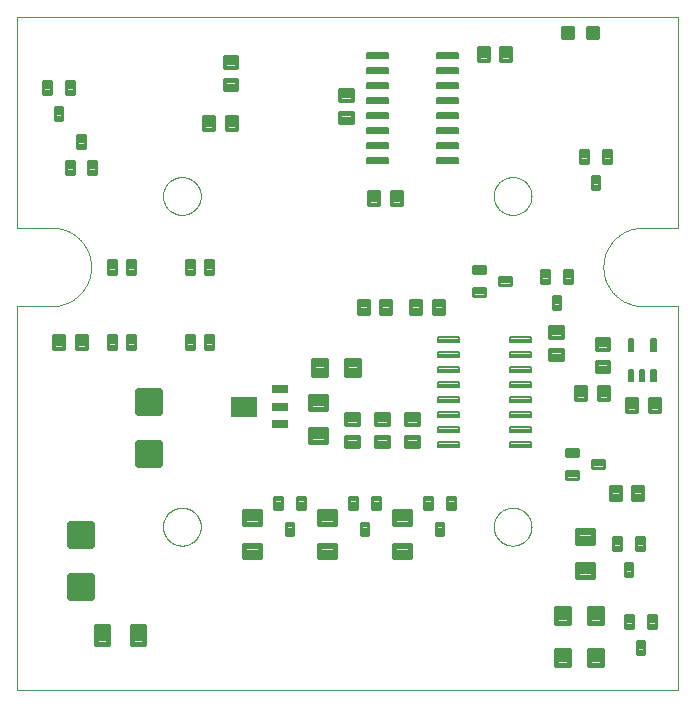
<source format=gtp>
G75*
%MOIN*%
%OFA0B0*%
%FSLAX25Y25*%
%IPPOS*%
%LPD*%
%AMOC8*
5,1,8,0,0,1.08239X$1,22.5*
%
%ADD10C,0.00000*%
%ADD11C,0.00767*%
%ADD12C,0.00720*%
%ADD13C,0.01475*%
%ADD14C,0.01121*%
%ADD15C,0.01830*%
%ADD16C,0.01942*%
%ADD17R,0.05512X0.03150*%
%ADD18R,0.08661X0.07087*%
%ADD19C,0.01712*%
%ADD20C,0.01357*%
%ADD21C,0.00649*%
D10*
X0022602Y0025558D02*
X0022602Y0153589D01*
X0034413Y0153589D01*
X0034731Y0153593D01*
X0035048Y0153604D01*
X0035366Y0153624D01*
X0035682Y0153651D01*
X0035998Y0153686D01*
X0036313Y0153728D01*
X0036627Y0153778D01*
X0036940Y0153836D01*
X0037251Y0153901D01*
X0037560Y0153974D01*
X0037868Y0154055D01*
X0038173Y0154142D01*
X0038476Y0154238D01*
X0038777Y0154340D01*
X0039075Y0154450D01*
X0039371Y0154567D01*
X0039663Y0154692D01*
X0039953Y0154823D01*
X0040239Y0154961D01*
X0040521Y0155107D01*
X0040800Y0155259D01*
X0041076Y0155418D01*
X0041347Y0155583D01*
X0041614Y0155755D01*
X0041877Y0155934D01*
X0042136Y0156119D01*
X0042389Y0156310D01*
X0042639Y0156507D01*
X0042883Y0156711D01*
X0043122Y0156920D01*
X0043356Y0157135D01*
X0043585Y0157356D01*
X0043808Y0157582D01*
X0044026Y0157813D01*
X0044238Y0158050D01*
X0044445Y0158292D01*
X0044645Y0158538D01*
X0044839Y0158790D01*
X0045027Y0159046D01*
X0045209Y0159307D01*
X0045384Y0159572D01*
X0045553Y0159841D01*
X0045715Y0160115D01*
X0045871Y0160392D01*
X0046020Y0160673D01*
X0046162Y0160957D01*
X0046297Y0161245D01*
X0046424Y0161536D01*
X0046545Y0161830D01*
X0046659Y0162127D01*
X0046765Y0162426D01*
X0046864Y0162728D01*
X0046956Y0163032D01*
X0047040Y0163339D01*
X0047116Y0163647D01*
X0047185Y0163958D01*
X0047247Y0164269D01*
X0047301Y0164583D01*
X0047347Y0164897D01*
X0047386Y0165213D01*
X0047417Y0165529D01*
X0047440Y0165846D01*
X0047455Y0166163D01*
X0047463Y0166481D01*
X0047463Y0166799D01*
X0047455Y0167117D01*
X0047440Y0167434D01*
X0047417Y0167751D01*
X0047386Y0168067D01*
X0047347Y0168383D01*
X0047301Y0168697D01*
X0047247Y0169011D01*
X0047185Y0169322D01*
X0047116Y0169633D01*
X0047040Y0169941D01*
X0046956Y0170248D01*
X0046864Y0170552D01*
X0046765Y0170854D01*
X0046659Y0171153D01*
X0046545Y0171450D01*
X0046424Y0171744D01*
X0046297Y0172035D01*
X0046162Y0172323D01*
X0046020Y0172607D01*
X0045871Y0172888D01*
X0045715Y0173166D01*
X0045553Y0173439D01*
X0045384Y0173708D01*
X0045209Y0173973D01*
X0045027Y0174234D01*
X0044839Y0174490D01*
X0044645Y0174742D01*
X0044445Y0174988D01*
X0044238Y0175230D01*
X0044026Y0175467D01*
X0043808Y0175698D01*
X0043585Y0175924D01*
X0043356Y0176145D01*
X0043122Y0176360D01*
X0042883Y0176569D01*
X0042639Y0176773D01*
X0042389Y0176970D01*
X0042136Y0177161D01*
X0041877Y0177346D01*
X0041614Y0177525D01*
X0041347Y0177697D01*
X0041076Y0177862D01*
X0040800Y0178021D01*
X0040521Y0178173D01*
X0040239Y0178319D01*
X0039953Y0178457D01*
X0039663Y0178588D01*
X0039371Y0178713D01*
X0039075Y0178830D01*
X0038777Y0178940D01*
X0038476Y0179042D01*
X0038173Y0179138D01*
X0037868Y0179225D01*
X0037560Y0179306D01*
X0037251Y0179379D01*
X0036940Y0179444D01*
X0036627Y0179502D01*
X0036313Y0179552D01*
X0035998Y0179594D01*
X0035682Y0179629D01*
X0035366Y0179656D01*
X0035048Y0179676D01*
X0034731Y0179687D01*
X0034413Y0179691D01*
X0034413Y0179692D02*
X0022602Y0179692D01*
X0022602Y0249967D01*
X0243075Y0249967D01*
X0243075Y0179692D01*
X0231263Y0179692D01*
X0231263Y0179691D02*
X0230945Y0179687D01*
X0230628Y0179676D01*
X0230310Y0179656D01*
X0229994Y0179629D01*
X0229678Y0179594D01*
X0229363Y0179552D01*
X0229049Y0179502D01*
X0228736Y0179444D01*
X0228425Y0179379D01*
X0228116Y0179306D01*
X0227808Y0179225D01*
X0227503Y0179138D01*
X0227200Y0179042D01*
X0226899Y0178940D01*
X0226601Y0178830D01*
X0226305Y0178713D01*
X0226013Y0178588D01*
X0225723Y0178457D01*
X0225437Y0178319D01*
X0225155Y0178173D01*
X0224876Y0178021D01*
X0224600Y0177862D01*
X0224329Y0177697D01*
X0224062Y0177525D01*
X0223799Y0177346D01*
X0223540Y0177161D01*
X0223287Y0176970D01*
X0223037Y0176773D01*
X0222793Y0176569D01*
X0222554Y0176360D01*
X0222320Y0176145D01*
X0222091Y0175924D01*
X0221868Y0175698D01*
X0221650Y0175467D01*
X0221438Y0175230D01*
X0221231Y0174988D01*
X0221031Y0174742D01*
X0220837Y0174490D01*
X0220649Y0174234D01*
X0220467Y0173973D01*
X0220292Y0173708D01*
X0220123Y0173439D01*
X0219961Y0173166D01*
X0219805Y0172888D01*
X0219656Y0172607D01*
X0219514Y0172323D01*
X0219379Y0172035D01*
X0219252Y0171744D01*
X0219131Y0171450D01*
X0219017Y0171153D01*
X0218911Y0170854D01*
X0218812Y0170552D01*
X0218720Y0170248D01*
X0218636Y0169941D01*
X0218560Y0169633D01*
X0218491Y0169322D01*
X0218429Y0169011D01*
X0218375Y0168697D01*
X0218329Y0168383D01*
X0218290Y0168067D01*
X0218259Y0167751D01*
X0218236Y0167434D01*
X0218221Y0167117D01*
X0218213Y0166799D01*
X0218213Y0166481D01*
X0218221Y0166163D01*
X0218236Y0165846D01*
X0218259Y0165529D01*
X0218290Y0165213D01*
X0218329Y0164897D01*
X0218375Y0164583D01*
X0218429Y0164269D01*
X0218491Y0163958D01*
X0218560Y0163647D01*
X0218636Y0163339D01*
X0218720Y0163032D01*
X0218812Y0162728D01*
X0218911Y0162426D01*
X0219017Y0162127D01*
X0219131Y0161830D01*
X0219252Y0161536D01*
X0219379Y0161245D01*
X0219514Y0160957D01*
X0219656Y0160673D01*
X0219805Y0160392D01*
X0219961Y0160114D01*
X0220123Y0159841D01*
X0220292Y0159572D01*
X0220467Y0159307D01*
X0220649Y0159046D01*
X0220837Y0158790D01*
X0221031Y0158538D01*
X0221231Y0158292D01*
X0221438Y0158050D01*
X0221650Y0157813D01*
X0221868Y0157582D01*
X0222091Y0157356D01*
X0222320Y0157135D01*
X0222554Y0156920D01*
X0222793Y0156711D01*
X0223037Y0156507D01*
X0223287Y0156310D01*
X0223540Y0156119D01*
X0223799Y0155934D01*
X0224062Y0155755D01*
X0224329Y0155583D01*
X0224600Y0155418D01*
X0224876Y0155259D01*
X0225155Y0155107D01*
X0225437Y0154961D01*
X0225723Y0154823D01*
X0226013Y0154692D01*
X0226305Y0154567D01*
X0226601Y0154450D01*
X0226899Y0154340D01*
X0227200Y0154238D01*
X0227503Y0154142D01*
X0227808Y0154055D01*
X0228116Y0153974D01*
X0228425Y0153901D01*
X0228736Y0153836D01*
X0229049Y0153778D01*
X0229363Y0153728D01*
X0229678Y0153686D01*
X0229994Y0153651D01*
X0230310Y0153624D01*
X0230628Y0153604D01*
X0230945Y0153593D01*
X0231263Y0153589D01*
X0243075Y0153589D01*
X0243075Y0025558D01*
X0022602Y0025558D01*
X0071421Y0080046D02*
X0071423Y0080204D01*
X0071429Y0080362D01*
X0071439Y0080520D01*
X0071453Y0080678D01*
X0071471Y0080835D01*
X0071492Y0080992D01*
X0071518Y0081148D01*
X0071548Y0081304D01*
X0071581Y0081459D01*
X0071619Y0081612D01*
X0071660Y0081765D01*
X0071705Y0081917D01*
X0071754Y0082068D01*
X0071807Y0082217D01*
X0071863Y0082365D01*
X0071923Y0082511D01*
X0071987Y0082656D01*
X0072055Y0082799D01*
X0072126Y0082941D01*
X0072200Y0083081D01*
X0072278Y0083218D01*
X0072360Y0083354D01*
X0072444Y0083488D01*
X0072533Y0083619D01*
X0072624Y0083748D01*
X0072719Y0083875D01*
X0072816Y0084000D01*
X0072917Y0084122D01*
X0073021Y0084241D01*
X0073128Y0084358D01*
X0073238Y0084472D01*
X0073351Y0084583D01*
X0073466Y0084692D01*
X0073584Y0084797D01*
X0073705Y0084899D01*
X0073828Y0084999D01*
X0073954Y0085095D01*
X0074082Y0085188D01*
X0074212Y0085278D01*
X0074345Y0085364D01*
X0074480Y0085448D01*
X0074616Y0085527D01*
X0074755Y0085604D01*
X0074896Y0085676D01*
X0075038Y0085746D01*
X0075182Y0085811D01*
X0075328Y0085873D01*
X0075475Y0085931D01*
X0075624Y0085986D01*
X0075774Y0086037D01*
X0075925Y0086084D01*
X0076077Y0086127D01*
X0076230Y0086166D01*
X0076385Y0086202D01*
X0076540Y0086233D01*
X0076696Y0086261D01*
X0076852Y0086285D01*
X0077009Y0086305D01*
X0077167Y0086321D01*
X0077324Y0086333D01*
X0077483Y0086341D01*
X0077641Y0086345D01*
X0077799Y0086345D01*
X0077957Y0086341D01*
X0078116Y0086333D01*
X0078273Y0086321D01*
X0078431Y0086305D01*
X0078588Y0086285D01*
X0078744Y0086261D01*
X0078900Y0086233D01*
X0079055Y0086202D01*
X0079210Y0086166D01*
X0079363Y0086127D01*
X0079515Y0086084D01*
X0079666Y0086037D01*
X0079816Y0085986D01*
X0079965Y0085931D01*
X0080112Y0085873D01*
X0080258Y0085811D01*
X0080402Y0085746D01*
X0080544Y0085676D01*
X0080685Y0085604D01*
X0080824Y0085527D01*
X0080960Y0085448D01*
X0081095Y0085364D01*
X0081228Y0085278D01*
X0081358Y0085188D01*
X0081486Y0085095D01*
X0081612Y0084999D01*
X0081735Y0084899D01*
X0081856Y0084797D01*
X0081974Y0084692D01*
X0082089Y0084583D01*
X0082202Y0084472D01*
X0082312Y0084358D01*
X0082419Y0084241D01*
X0082523Y0084122D01*
X0082624Y0084000D01*
X0082721Y0083875D01*
X0082816Y0083748D01*
X0082907Y0083619D01*
X0082996Y0083488D01*
X0083080Y0083354D01*
X0083162Y0083218D01*
X0083240Y0083081D01*
X0083314Y0082941D01*
X0083385Y0082799D01*
X0083453Y0082656D01*
X0083517Y0082511D01*
X0083577Y0082365D01*
X0083633Y0082217D01*
X0083686Y0082068D01*
X0083735Y0081917D01*
X0083780Y0081765D01*
X0083821Y0081612D01*
X0083859Y0081459D01*
X0083892Y0081304D01*
X0083922Y0081148D01*
X0083948Y0080992D01*
X0083969Y0080835D01*
X0083987Y0080678D01*
X0084001Y0080520D01*
X0084011Y0080362D01*
X0084017Y0080204D01*
X0084019Y0080046D01*
X0084017Y0079888D01*
X0084011Y0079730D01*
X0084001Y0079572D01*
X0083987Y0079414D01*
X0083969Y0079257D01*
X0083948Y0079100D01*
X0083922Y0078944D01*
X0083892Y0078788D01*
X0083859Y0078633D01*
X0083821Y0078480D01*
X0083780Y0078327D01*
X0083735Y0078175D01*
X0083686Y0078024D01*
X0083633Y0077875D01*
X0083577Y0077727D01*
X0083517Y0077581D01*
X0083453Y0077436D01*
X0083385Y0077293D01*
X0083314Y0077151D01*
X0083240Y0077011D01*
X0083162Y0076874D01*
X0083080Y0076738D01*
X0082996Y0076604D01*
X0082907Y0076473D01*
X0082816Y0076344D01*
X0082721Y0076217D01*
X0082624Y0076092D01*
X0082523Y0075970D01*
X0082419Y0075851D01*
X0082312Y0075734D01*
X0082202Y0075620D01*
X0082089Y0075509D01*
X0081974Y0075400D01*
X0081856Y0075295D01*
X0081735Y0075193D01*
X0081612Y0075093D01*
X0081486Y0074997D01*
X0081358Y0074904D01*
X0081228Y0074814D01*
X0081095Y0074728D01*
X0080960Y0074644D01*
X0080824Y0074565D01*
X0080685Y0074488D01*
X0080544Y0074416D01*
X0080402Y0074346D01*
X0080258Y0074281D01*
X0080112Y0074219D01*
X0079965Y0074161D01*
X0079816Y0074106D01*
X0079666Y0074055D01*
X0079515Y0074008D01*
X0079363Y0073965D01*
X0079210Y0073926D01*
X0079055Y0073890D01*
X0078900Y0073859D01*
X0078744Y0073831D01*
X0078588Y0073807D01*
X0078431Y0073787D01*
X0078273Y0073771D01*
X0078116Y0073759D01*
X0077957Y0073751D01*
X0077799Y0073747D01*
X0077641Y0073747D01*
X0077483Y0073751D01*
X0077324Y0073759D01*
X0077167Y0073771D01*
X0077009Y0073787D01*
X0076852Y0073807D01*
X0076696Y0073831D01*
X0076540Y0073859D01*
X0076385Y0073890D01*
X0076230Y0073926D01*
X0076077Y0073965D01*
X0075925Y0074008D01*
X0075774Y0074055D01*
X0075624Y0074106D01*
X0075475Y0074161D01*
X0075328Y0074219D01*
X0075182Y0074281D01*
X0075038Y0074346D01*
X0074896Y0074416D01*
X0074755Y0074488D01*
X0074616Y0074565D01*
X0074480Y0074644D01*
X0074345Y0074728D01*
X0074212Y0074814D01*
X0074082Y0074904D01*
X0073954Y0074997D01*
X0073828Y0075093D01*
X0073705Y0075193D01*
X0073584Y0075295D01*
X0073466Y0075400D01*
X0073351Y0075509D01*
X0073238Y0075620D01*
X0073128Y0075734D01*
X0073021Y0075851D01*
X0072917Y0075970D01*
X0072816Y0076092D01*
X0072719Y0076217D01*
X0072624Y0076344D01*
X0072533Y0076473D01*
X0072444Y0076604D01*
X0072360Y0076738D01*
X0072278Y0076874D01*
X0072200Y0077011D01*
X0072126Y0077151D01*
X0072055Y0077293D01*
X0071987Y0077436D01*
X0071923Y0077581D01*
X0071863Y0077727D01*
X0071807Y0077875D01*
X0071754Y0078024D01*
X0071705Y0078175D01*
X0071660Y0078327D01*
X0071619Y0078480D01*
X0071581Y0078633D01*
X0071548Y0078788D01*
X0071518Y0078944D01*
X0071492Y0079100D01*
X0071471Y0079257D01*
X0071453Y0079414D01*
X0071439Y0079572D01*
X0071429Y0079730D01*
X0071423Y0079888D01*
X0071421Y0080046D01*
X0071421Y0190282D02*
X0071423Y0190440D01*
X0071429Y0190598D01*
X0071439Y0190756D01*
X0071453Y0190914D01*
X0071471Y0191071D01*
X0071492Y0191228D01*
X0071518Y0191384D01*
X0071548Y0191540D01*
X0071581Y0191695D01*
X0071619Y0191848D01*
X0071660Y0192001D01*
X0071705Y0192153D01*
X0071754Y0192304D01*
X0071807Y0192453D01*
X0071863Y0192601D01*
X0071923Y0192747D01*
X0071987Y0192892D01*
X0072055Y0193035D01*
X0072126Y0193177D01*
X0072200Y0193317D01*
X0072278Y0193454D01*
X0072360Y0193590D01*
X0072444Y0193724D01*
X0072533Y0193855D01*
X0072624Y0193984D01*
X0072719Y0194111D01*
X0072816Y0194236D01*
X0072917Y0194358D01*
X0073021Y0194477D01*
X0073128Y0194594D01*
X0073238Y0194708D01*
X0073351Y0194819D01*
X0073466Y0194928D01*
X0073584Y0195033D01*
X0073705Y0195135D01*
X0073828Y0195235D01*
X0073954Y0195331D01*
X0074082Y0195424D01*
X0074212Y0195514D01*
X0074345Y0195600D01*
X0074480Y0195684D01*
X0074616Y0195763D01*
X0074755Y0195840D01*
X0074896Y0195912D01*
X0075038Y0195982D01*
X0075182Y0196047D01*
X0075328Y0196109D01*
X0075475Y0196167D01*
X0075624Y0196222D01*
X0075774Y0196273D01*
X0075925Y0196320D01*
X0076077Y0196363D01*
X0076230Y0196402D01*
X0076385Y0196438D01*
X0076540Y0196469D01*
X0076696Y0196497D01*
X0076852Y0196521D01*
X0077009Y0196541D01*
X0077167Y0196557D01*
X0077324Y0196569D01*
X0077483Y0196577D01*
X0077641Y0196581D01*
X0077799Y0196581D01*
X0077957Y0196577D01*
X0078116Y0196569D01*
X0078273Y0196557D01*
X0078431Y0196541D01*
X0078588Y0196521D01*
X0078744Y0196497D01*
X0078900Y0196469D01*
X0079055Y0196438D01*
X0079210Y0196402D01*
X0079363Y0196363D01*
X0079515Y0196320D01*
X0079666Y0196273D01*
X0079816Y0196222D01*
X0079965Y0196167D01*
X0080112Y0196109D01*
X0080258Y0196047D01*
X0080402Y0195982D01*
X0080544Y0195912D01*
X0080685Y0195840D01*
X0080824Y0195763D01*
X0080960Y0195684D01*
X0081095Y0195600D01*
X0081228Y0195514D01*
X0081358Y0195424D01*
X0081486Y0195331D01*
X0081612Y0195235D01*
X0081735Y0195135D01*
X0081856Y0195033D01*
X0081974Y0194928D01*
X0082089Y0194819D01*
X0082202Y0194708D01*
X0082312Y0194594D01*
X0082419Y0194477D01*
X0082523Y0194358D01*
X0082624Y0194236D01*
X0082721Y0194111D01*
X0082816Y0193984D01*
X0082907Y0193855D01*
X0082996Y0193724D01*
X0083080Y0193590D01*
X0083162Y0193454D01*
X0083240Y0193317D01*
X0083314Y0193177D01*
X0083385Y0193035D01*
X0083453Y0192892D01*
X0083517Y0192747D01*
X0083577Y0192601D01*
X0083633Y0192453D01*
X0083686Y0192304D01*
X0083735Y0192153D01*
X0083780Y0192001D01*
X0083821Y0191848D01*
X0083859Y0191695D01*
X0083892Y0191540D01*
X0083922Y0191384D01*
X0083948Y0191228D01*
X0083969Y0191071D01*
X0083987Y0190914D01*
X0084001Y0190756D01*
X0084011Y0190598D01*
X0084017Y0190440D01*
X0084019Y0190282D01*
X0084017Y0190124D01*
X0084011Y0189966D01*
X0084001Y0189808D01*
X0083987Y0189650D01*
X0083969Y0189493D01*
X0083948Y0189336D01*
X0083922Y0189180D01*
X0083892Y0189024D01*
X0083859Y0188869D01*
X0083821Y0188716D01*
X0083780Y0188563D01*
X0083735Y0188411D01*
X0083686Y0188260D01*
X0083633Y0188111D01*
X0083577Y0187963D01*
X0083517Y0187817D01*
X0083453Y0187672D01*
X0083385Y0187529D01*
X0083314Y0187387D01*
X0083240Y0187247D01*
X0083162Y0187110D01*
X0083080Y0186974D01*
X0082996Y0186840D01*
X0082907Y0186709D01*
X0082816Y0186580D01*
X0082721Y0186453D01*
X0082624Y0186328D01*
X0082523Y0186206D01*
X0082419Y0186087D01*
X0082312Y0185970D01*
X0082202Y0185856D01*
X0082089Y0185745D01*
X0081974Y0185636D01*
X0081856Y0185531D01*
X0081735Y0185429D01*
X0081612Y0185329D01*
X0081486Y0185233D01*
X0081358Y0185140D01*
X0081228Y0185050D01*
X0081095Y0184964D01*
X0080960Y0184880D01*
X0080824Y0184801D01*
X0080685Y0184724D01*
X0080544Y0184652D01*
X0080402Y0184582D01*
X0080258Y0184517D01*
X0080112Y0184455D01*
X0079965Y0184397D01*
X0079816Y0184342D01*
X0079666Y0184291D01*
X0079515Y0184244D01*
X0079363Y0184201D01*
X0079210Y0184162D01*
X0079055Y0184126D01*
X0078900Y0184095D01*
X0078744Y0184067D01*
X0078588Y0184043D01*
X0078431Y0184023D01*
X0078273Y0184007D01*
X0078116Y0183995D01*
X0077957Y0183987D01*
X0077799Y0183983D01*
X0077641Y0183983D01*
X0077483Y0183987D01*
X0077324Y0183995D01*
X0077167Y0184007D01*
X0077009Y0184023D01*
X0076852Y0184043D01*
X0076696Y0184067D01*
X0076540Y0184095D01*
X0076385Y0184126D01*
X0076230Y0184162D01*
X0076077Y0184201D01*
X0075925Y0184244D01*
X0075774Y0184291D01*
X0075624Y0184342D01*
X0075475Y0184397D01*
X0075328Y0184455D01*
X0075182Y0184517D01*
X0075038Y0184582D01*
X0074896Y0184652D01*
X0074755Y0184724D01*
X0074616Y0184801D01*
X0074480Y0184880D01*
X0074345Y0184964D01*
X0074212Y0185050D01*
X0074082Y0185140D01*
X0073954Y0185233D01*
X0073828Y0185329D01*
X0073705Y0185429D01*
X0073584Y0185531D01*
X0073466Y0185636D01*
X0073351Y0185745D01*
X0073238Y0185856D01*
X0073128Y0185970D01*
X0073021Y0186087D01*
X0072917Y0186206D01*
X0072816Y0186328D01*
X0072719Y0186453D01*
X0072624Y0186580D01*
X0072533Y0186709D01*
X0072444Y0186840D01*
X0072360Y0186974D01*
X0072278Y0187110D01*
X0072200Y0187247D01*
X0072126Y0187387D01*
X0072055Y0187529D01*
X0071987Y0187672D01*
X0071923Y0187817D01*
X0071863Y0187963D01*
X0071807Y0188111D01*
X0071754Y0188260D01*
X0071705Y0188411D01*
X0071660Y0188563D01*
X0071619Y0188716D01*
X0071581Y0188869D01*
X0071548Y0189024D01*
X0071518Y0189180D01*
X0071492Y0189336D01*
X0071471Y0189493D01*
X0071453Y0189650D01*
X0071439Y0189808D01*
X0071429Y0189966D01*
X0071423Y0190124D01*
X0071421Y0190282D01*
X0181657Y0190282D02*
X0181659Y0190440D01*
X0181665Y0190598D01*
X0181675Y0190756D01*
X0181689Y0190914D01*
X0181707Y0191071D01*
X0181728Y0191228D01*
X0181754Y0191384D01*
X0181784Y0191540D01*
X0181817Y0191695D01*
X0181855Y0191848D01*
X0181896Y0192001D01*
X0181941Y0192153D01*
X0181990Y0192304D01*
X0182043Y0192453D01*
X0182099Y0192601D01*
X0182159Y0192747D01*
X0182223Y0192892D01*
X0182291Y0193035D01*
X0182362Y0193177D01*
X0182436Y0193317D01*
X0182514Y0193454D01*
X0182596Y0193590D01*
X0182680Y0193724D01*
X0182769Y0193855D01*
X0182860Y0193984D01*
X0182955Y0194111D01*
X0183052Y0194236D01*
X0183153Y0194358D01*
X0183257Y0194477D01*
X0183364Y0194594D01*
X0183474Y0194708D01*
X0183587Y0194819D01*
X0183702Y0194928D01*
X0183820Y0195033D01*
X0183941Y0195135D01*
X0184064Y0195235D01*
X0184190Y0195331D01*
X0184318Y0195424D01*
X0184448Y0195514D01*
X0184581Y0195600D01*
X0184716Y0195684D01*
X0184852Y0195763D01*
X0184991Y0195840D01*
X0185132Y0195912D01*
X0185274Y0195982D01*
X0185418Y0196047D01*
X0185564Y0196109D01*
X0185711Y0196167D01*
X0185860Y0196222D01*
X0186010Y0196273D01*
X0186161Y0196320D01*
X0186313Y0196363D01*
X0186466Y0196402D01*
X0186621Y0196438D01*
X0186776Y0196469D01*
X0186932Y0196497D01*
X0187088Y0196521D01*
X0187245Y0196541D01*
X0187403Y0196557D01*
X0187560Y0196569D01*
X0187719Y0196577D01*
X0187877Y0196581D01*
X0188035Y0196581D01*
X0188193Y0196577D01*
X0188352Y0196569D01*
X0188509Y0196557D01*
X0188667Y0196541D01*
X0188824Y0196521D01*
X0188980Y0196497D01*
X0189136Y0196469D01*
X0189291Y0196438D01*
X0189446Y0196402D01*
X0189599Y0196363D01*
X0189751Y0196320D01*
X0189902Y0196273D01*
X0190052Y0196222D01*
X0190201Y0196167D01*
X0190348Y0196109D01*
X0190494Y0196047D01*
X0190638Y0195982D01*
X0190780Y0195912D01*
X0190921Y0195840D01*
X0191060Y0195763D01*
X0191196Y0195684D01*
X0191331Y0195600D01*
X0191464Y0195514D01*
X0191594Y0195424D01*
X0191722Y0195331D01*
X0191848Y0195235D01*
X0191971Y0195135D01*
X0192092Y0195033D01*
X0192210Y0194928D01*
X0192325Y0194819D01*
X0192438Y0194708D01*
X0192548Y0194594D01*
X0192655Y0194477D01*
X0192759Y0194358D01*
X0192860Y0194236D01*
X0192957Y0194111D01*
X0193052Y0193984D01*
X0193143Y0193855D01*
X0193232Y0193724D01*
X0193316Y0193590D01*
X0193398Y0193454D01*
X0193476Y0193317D01*
X0193550Y0193177D01*
X0193621Y0193035D01*
X0193689Y0192892D01*
X0193753Y0192747D01*
X0193813Y0192601D01*
X0193869Y0192453D01*
X0193922Y0192304D01*
X0193971Y0192153D01*
X0194016Y0192001D01*
X0194057Y0191848D01*
X0194095Y0191695D01*
X0194128Y0191540D01*
X0194158Y0191384D01*
X0194184Y0191228D01*
X0194205Y0191071D01*
X0194223Y0190914D01*
X0194237Y0190756D01*
X0194247Y0190598D01*
X0194253Y0190440D01*
X0194255Y0190282D01*
X0194253Y0190124D01*
X0194247Y0189966D01*
X0194237Y0189808D01*
X0194223Y0189650D01*
X0194205Y0189493D01*
X0194184Y0189336D01*
X0194158Y0189180D01*
X0194128Y0189024D01*
X0194095Y0188869D01*
X0194057Y0188716D01*
X0194016Y0188563D01*
X0193971Y0188411D01*
X0193922Y0188260D01*
X0193869Y0188111D01*
X0193813Y0187963D01*
X0193753Y0187817D01*
X0193689Y0187672D01*
X0193621Y0187529D01*
X0193550Y0187387D01*
X0193476Y0187247D01*
X0193398Y0187110D01*
X0193316Y0186974D01*
X0193232Y0186840D01*
X0193143Y0186709D01*
X0193052Y0186580D01*
X0192957Y0186453D01*
X0192860Y0186328D01*
X0192759Y0186206D01*
X0192655Y0186087D01*
X0192548Y0185970D01*
X0192438Y0185856D01*
X0192325Y0185745D01*
X0192210Y0185636D01*
X0192092Y0185531D01*
X0191971Y0185429D01*
X0191848Y0185329D01*
X0191722Y0185233D01*
X0191594Y0185140D01*
X0191464Y0185050D01*
X0191331Y0184964D01*
X0191196Y0184880D01*
X0191060Y0184801D01*
X0190921Y0184724D01*
X0190780Y0184652D01*
X0190638Y0184582D01*
X0190494Y0184517D01*
X0190348Y0184455D01*
X0190201Y0184397D01*
X0190052Y0184342D01*
X0189902Y0184291D01*
X0189751Y0184244D01*
X0189599Y0184201D01*
X0189446Y0184162D01*
X0189291Y0184126D01*
X0189136Y0184095D01*
X0188980Y0184067D01*
X0188824Y0184043D01*
X0188667Y0184023D01*
X0188509Y0184007D01*
X0188352Y0183995D01*
X0188193Y0183987D01*
X0188035Y0183983D01*
X0187877Y0183983D01*
X0187719Y0183987D01*
X0187560Y0183995D01*
X0187403Y0184007D01*
X0187245Y0184023D01*
X0187088Y0184043D01*
X0186932Y0184067D01*
X0186776Y0184095D01*
X0186621Y0184126D01*
X0186466Y0184162D01*
X0186313Y0184201D01*
X0186161Y0184244D01*
X0186010Y0184291D01*
X0185860Y0184342D01*
X0185711Y0184397D01*
X0185564Y0184455D01*
X0185418Y0184517D01*
X0185274Y0184582D01*
X0185132Y0184652D01*
X0184991Y0184724D01*
X0184852Y0184801D01*
X0184716Y0184880D01*
X0184581Y0184964D01*
X0184448Y0185050D01*
X0184318Y0185140D01*
X0184190Y0185233D01*
X0184064Y0185329D01*
X0183941Y0185429D01*
X0183820Y0185531D01*
X0183702Y0185636D01*
X0183587Y0185745D01*
X0183474Y0185856D01*
X0183364Y0185970D01*
X0183257Y0186087D01*
X0183153Y0186206D01*
X0183052Y0186328D01*
X0182955Y0186453D01*
X0182860Y0186580D01*
X0182769Y0186709D01*
X0182680Y0186840D01*
X0182596Y0186974D01*
X0182514Y0187110D01*
X0182436Y0187247D01*
X0182362Y0187387D01*
X0182291Y0187529D01*
X0182223Y0187672D01*
X0182159Y0187817D01*
X0182099Y0187963D01*
X0182043Y0188111D01*
X0181990Y0188260D01*
X0181941Y0188411D01*
X0181896Y0188563D01*
X0181855Y0188716D01*
X0181817Y0188869D01*
X0181784Y0189024D01*
X0181754Y0189180D01*
X0181728Y0189336D01*
X0181707Y0189493D01*
X0181689Y0189650D01*
X0181675Y0189808D01*
X0181665Y0189966D01*
X0181659Y0190124D01*
X0181657Y0190282D01*
X0181657Y0080046D02*
X0181659Y0080204D01*
X0181665Y0080362D01*
X0181675Y0080520D01*
X0181689Y0080678D01*
X0181707Y0080835D01*
X0181728Y0080992D01*
X0181754Y0081148D01*
X0181784Y0081304D01*
X0181817Y0081459D01*
X0181855Y0081612D01*
X0181896Y0081765D01*
X0181941Y0081917D01*
X0181990Y0082068D01*
X0182043Y0082217D01*
X0182099Y0082365D01*
X0182159Y0082511D01*
X0182223Y0082656D01*
X0182291Y0082799D01*
X0182362Y0082941D01*
X0182436Y0083081D01*
X0182514Y0083218D01*
X0182596Y0083354D01*
X0182680Y0083488D01*
X0182769Y0083619D01*
X0182860Y0083748D01*
X0182955Y0083875D01*
X0183052Y0084000D01*
X0183153Y0084122D01*
X0183257Y0084241D01*
X0183364Y0084358D01*
X0183474Y0084472D01*
X0183587Y0084583D01*
X0183702Y0084692D01*
X0183820Y0084797D01*
X0183941Y0084899D01*
X0184064Y0084999D01*
X0184190Y0085095D01*
X0184318Y0085188D01*
X0184448Y0085278D01*
X0184581Y0085364D01*
X0184716Y0085448D01*
X0184852Y0085527D01*
X0184991Y0085604D01*
X0185132Y0085676D01*
X0185274Y0085746D01*
X0185418Y0085811D01*
X0185564Y0085873D01*
X0185711Y0085931D01*
X0185860Y0085986D01*
X0186010Y0086037D01*
X0186161Y0086084D01*
X0186313Y0086127D01*
X0186466Y0086166D01*
X0186621Y0086202D01*
X0186776Y0086233D01*
X0186932Y0086261D01*
X0187088Y0086285D01*
X0187245Y0086305D01*
X0187403Y0086321D01*
X0187560Y0086333D01*
X0187719Y0086341D01*
X0187877Y0086345D01*
X0188035Y0086345D01*
X0188193Y0086341D01*
X0188352Y0086333D01*
X0188509Y0086321D01*
X0188667Y0086305D01*
X0188824Y0086285D01*
X0188980Y0086261D01*
X0189136Y0086233D01*
X0189291Y0086202D01*
X0189446Y0086166D01*
X0189599Y0086127D01*
X0189751Y0086084D01*
X0189902Y0086037D01*
X0190052Y0085986D01*
X0190201Y0085931D01*
X0190348Y0085873D01*
X0190494Y0085811D01*
X0190638Y0085746D01*
X0190780Y0085676D01*
X0190921Y0085604D01*
X0191060Y0085527D01*
X0191196Y0085448D01*
X0191331Y0085364D01*
X0191464Y0085278D01*
X0191594Y0085188D01*
X0191722Y0085095D01*
X0191848Y0084999D01*
X0191971Y0084899D01*
X0192092Y0084797D01*
X0192210Y0084692D01*
X0192325Y0084583D01*
X0192438Y0084472D01*
X0192548Y0084358D01*
X0192655Y0084241D01*
X0192759Y0084122D01*
X0192860Y0084000D01*
X0192957Y0083875D01*
X0193052Y0083748D01*
X0193143Y0083619D01*
X0193232Y0083488D01*
X0193316Y0083354D01*
X0193398Y0083218D01*
X0193476Y0083081D01*
X0193550Y0082941D01*
X0193621Y0082799D01*
X0193689Y0082656D01*
X0193753Y0082511D01*
X0193813Y0082365D01*
X0193869Y0082217D01*
X0193922Y0082068D01*
X0193971Y0081917D01*
X0194016Y0081765D01*
X0194057Y0081612D01*
X0194095Y0081459D01*
X0194128Y0081304D01*
X0194158Y0081148D01*
X0194184Y0080992D01*
X0194205Y0080835D01*
X0194223Y0080678D01*
X0194237Y0080520D01*
X0194247Y0080362D01*
X0194253Y0080204D01*
X0194255Y0080046D01*
X0194253Y0079888D01*
X0194247Y0079730D01*
X0194237Y0079572D01*
X0194223Y0079414D01*
X0194205Y0079257D01*
X0194184Y0079100D01*
X0194158Y0078944D01*
X0194128Y0078788D01*
X0194095Y0078633D01*
X0194057Y0078480D01*
X0194016Y0078327D01*
X0193971Y0078175D01*
X0193922Y0078024D01*
X0193869Y0077875D01*
X0193813Y0077727D01*
X0193753Y0077581D01*
X0193689Y0077436D01*
X0193621Y0077293D01*
X0193550Y0077151D01*
X0193476Y0077011D01*
X0193398Y0076874D01*
X0193316Y0076738D01*
X0193232Y0076604D01*
X0193143Y0076473D01*
X0193052Y0076344D01*
X0192957Y0076217D01*
X0192860Y0076092D01*
X0192759Y0075970D01*
X0192655Y0075851D01*
X0192548Y0075734D01*
X0192438Y0075620D01*
X0192325Y0075509D01*
X0192210Y0075400D01*
X0192092Y0075295D01*
X0191971Y0075193D01*
X0191848Y0075093D01*
X0191722Y0074997D01*
X0191594Y0074904D01*
X0191464Y0074814D01*
X0191331Y0074728D01*
X0191196Y0074644D01*
X0191060Y0074565D01*
X0190921Y0074488D01*
X0190780Y0074416D01*
X0190638Y0074346D01*
X0190494Y0074281D01*
X0190348Y0074219D01*
X0190201Y0074161D01*
X0190052Y0074106D01*
X0189902Y0074055D01*
X0189751Y0074008D01*
X0189599Y0073965D01*
X0189446Y0073926D01*
X0189291Y0073890D01*
X0189136Y0073859D01*
X0188980Y0073831D01*
X0188824Y0073807D01*
X0188667Y0073787D01*
X0188509Y0073771D01*
X0188352Y0073759D01*
X0188193Y0073751D01*
X0188035Y0073747D01*
X0187877Y0073747D01*
X0187719Y0073751D01*
X0187560Y0073759D01*
X0187403Y0073771D01*
X0187245Y0073787D01*
X0187088Y0073807D01*
X0186932Y0073831D01*
X0186776Y0073859D01*
X0186621Y0073890D01*
X0186466Y0073926D01*
X0186313Y0073965D01*
X0186161Y0074008D01*
X0186010Y0074055D01*
X0185860Y0074106D01*
X0185711Y0074161D01*
X0185564Y0074219D01*
X0185418Y0074281D01*
X0185274Y0074346D01*
X0185132Y0074416D01*
X0184991Y0074488D01*
X0184852Y0074565D01*
X0184716Y0074644D01*
X0184581Y0074728D01*
X0184448Y0074814D01*
X0184318Y0074904D01*
X0184190Y0074997D01*
X0184064Y0075093D01*
X0183941Y0075193D01*
X0183820Y0075295D01*
X0183702Y0075400D01*
X0183587Y0075509D01*
X0183474Y0075620D01*
X0183364Y0075734D01*
X0183257Y0075851D01*
X0183153Y0075970D01*
X0183052Y0076092D01*
X0182955Y0076217D01*
X0182860Y0076344D01*
X0182769Y0076473D01*
X0182680Y0076604D01*
X0182596Y0076738D01*
X0182514Y0076874D01*
X0182436Y0077011D01*
X0182362Y0077151D01*
X0182291Y0077293D01*
X0182223Y0077436D01*
X0182159Y0077581D01*
X0182099Y0077727D01*
X0182043Y0077875D01*
X0181990Y0078024D01*
X0181941Y0078175D01*
X0181896Y0078327D01*
X0181855Y0078480D01*
X0181817Y0078633D01*
X0181784Y0078788D01*
X0181754Y0078944D01*
X0181728Y0079100D01*
X0181707Y0079257D01*
X0181689Y0079414D01*
X0181675Y0079572D01*
X0181665Y0079730D01*
X0181659Y0079888D01*
X0181657Y0080046D01*
D11*
X0162664Y0201163D02*
X0162664Y0202953D01*
X0169768Y0202953D01*
X0169768Y0201163D01*
X0162664Y0201163D01*
X0162664Y0201929D02*
X0169768Y0201929D01*
X0169768Y0202695D02*
X0162664Y0202695D01*
X0162664Y0206163D02*
X0162664Y0207953D01*
X0169768Y0207953D01*
X0169768Y0206163D01*
X0162664Y0206163D01*
X0162664Y0206929D02*
X0169768Y0206929D01*
X0169768Y0207695D02*
X0162664Y0207695D01*
X0162664Y0211163D02*
X0162664Y0212953D01*
X0169768Y0212953D01*
X0169768Y0211163D01*
X0162664Y0211163D01*
X0162664Y0211929D02*
X0169768Y0211929D01*
X0169768Y0212695D02*
X0162664Y0212695D01*
X0162664Y0216163D02*
X0162664Y0217953D01*
X0169768Y0217953D01*
X0169768Y0216163D01*
X0162664Y0216163D01*
X0162664Y0216929D02*
X0169768Y0216929D01*
X0169768Y0217695D02*
X0162664Y0217695D01*
X0162664Y0221163D02*
X0162664Y0222953D01*
X0169768Y0222953D01*
X0169768Y0221163D01*
X0162664Y0221163D01*
X0162664Y0221929D02*
X0169768Y0221929D01*
X0169768Y0222695D02*
X0162664Y0222695D01*
X0162664Y0226163D02*
X0162664Y0227953D01*
X0169768Y0227953D01*
X0169768Y0226163D01*
X0162664Y0226163D01*
X0162664Y0226929D02*
X0169768Y0226929D01*
X0169768Y0227695D02*
X0162664Y0227695D01*
X0162664Y0231163D02*
X0162664Y0232953D01*
X0169768Y0232953D01*
X0169768Y0231163D01*
X0162664Y0231163D01*
X0162664Y0231929D02*
X0169768Y0231929D01*
X0169768Y0232695D02*
X0162664Y0232695D01*
X0162664Y0236163D02*
X0162664Y0237953D01*
X0169768Y0237953D01*
X0169768Y0236163D01*
X0162664Y0236163D01*
X0162664Y0236929D02*
X0169768Y0236929D01*
X0169768Y0237695D02*
X0162664Y0237695D01*
X0139436Y0237953D02*
X0139436Y0236163D01*
X0139436Y0237953D02*
X0146540Y0237953D01*
X0146540Y0236163D01*
X0139436Y0236163D01*
X0139436Y0236929D02*
X0146540Y0236929D01*
X0146540Y0237695D02*
X0139436Y0237695D01*
X0139436Y0232953D02*
X0139436Y0231163D01*
X0139436Y0232953D02*
X0146540Y0232953D01*
X0146540Y0231163D01*
X0139436Y0231163D01*
X0139436Y0231929D02*
X0146540Y0231929D01*
X0146540Y0232695D02*
X0139436Y0232695D01*
X0139436Y0227953D02*
X0139436Y0226163D01*
X0139436Y0227953D02*
X0146540Y0227953D01*
X0146540Y0226163D01*
X0139436Y0226163D01*
X0139436Y0226929D02*
X0146540Y0226929D01*
X0146540Y0227695D02*
X0139436Y0227695D01*
X0139436Y0222953D02*
X0139436Y0221163D01*
X0139436Y0222953D02*
X0146540Y0222953D01*
X0146540Y0221163D01*
X0139436Y0221163D01*
X0139436Y0221929D02*
X0146540Y0221929D01*
X0146540Y0222695D02*
X0139436Y0222695D01*
X0139436Y0217953D02*
X0139436Y0216163D01*
X0139436Y0217953D02*
X0146540Y0217953D01*
X0146540Y0216163D01*
X0139436Y0216163D01*
X0139436Y0216929D02*
X0146540Y0216929D01*
X0146540Y0217695D02*
X0139436Y0217695D01*
X0139436Y0212953D02*
X0139436Y0211163D01*
X0139436Y0212953D02*
X0146540Y0212953D01*
X0146540Y0211163D01*
X0139436Y0211163D01*
X0139436Y0211929D02*
X0146540Y0211929D01*
X0146540Y0212695D02*
X0139436Y0212695D01*
X0139436Y0207953D02*
X0139436Y0206163D01*
X0139436Y0207953D02*
X0146540Y0207953D01*
X0146540Y0206163D01*
X0139436Y0206163D01*
X0139436Y0206929D02*
X0146540Y0206929D01*
X0146540Y0207695D02*
X0139436Y0207695D01*
X0139436Y0202953D02*
X0139436Y0201163D01*
X0139436Y0202953D02*
X0146540Y0202953D01*
X0146540Y0201163D01*
X0139436Y0201163D01*
X0139436Y0201929D02*
X0146540Y0201929D01*
X0146540Y0202695D02*
X0139436Y0202695D01*
D12*
X0170042Y0143398D02*
X0170042Y0141718D01*
X0162962Y0141718D01*
X0162962Y0143398D01*
X0170042Y0143398D01*
X0170042Y0142437D02*
X0162962Y0142437D01*
X0162962Y0143156D02*
X0170042Y0143156D01*
X0170042Y0138398D02*
X0170042Y0136718D01*
X0162962Y0136718D01*
X0162962Y0138398D01*
X0170042Y0138398D01*
X0170042Y0137437D02*
X0162962Y0137437D01*
X0162962Y0138156D02*
X0170042Y0138156D01*
X0170042Y0133398D02*
X0170042Y0131718D01*
X0162962Y0131718D01*
X0162962Y0133398D01*
X0170042Y0133398D01*
X0170042Y0132437D02*
X0162962Y0132437D01*
X0162962Y0133156D02*
X0170042Y0133156D01*
X0170042Y0128398D02*
X0170042Y0126718D01*
X0162962Y0126718D01*
X0162962Y0128398D01*
X0170042Y0128398D01*
X0170042Y0127437D02*
X0162962Y0127437D01*
X0162962Y0128156D02*
X0170042Y0128156D01*
X0170042Y0123398D02*
X0170042Y0121718D01*
X0162962Y0121718D01*
X0162962Y0123398D01*
X0170042Y0123398D01*
X0170042Y0122437D02*
X0162962Y0122437D01*
X0162962Y0123156D02*
X0170042Y0123156D01*
X0170042Y0118398D02*
X0170042Y0116718D01*
X0162962Y0116718D01*
X0162962Y0118398D01*
X0170042Y0118398D01*
X0170042Y0117437D02*
X0162962Y0117437D01*
X0162962Y0118156D02*
X0170042Y0118156D01*
X0170042Y0113398D02*
X0170042Y0111718D01*
X0162962Y0111718D01*
X0162962Y0113398D01*
X0170042Y0113398D01*
X0170042Y0112437D02*
X0162962Y0112437D01*
X0162962Y0113156D02*
X0170042Y0113156D01*
X0170042Y0108398D02*
X0170042Y0106718D01*
X0162962Y0106718D01*
X0162962Y0108398D01*
X0170042Y0108398D01*
X0170042Y0107437D02*
X0162962Y0107437D01*
X0162962Y0108156D02*
X0170042Y0108156D01*
X0194242Y0108398D02*
X0194242Y0106718D01*
X0187162Y0106718D01*
X0187162Y0108398D01*
X0194242Y0108398D01*
X0194242Y0107437D02*
X0187162Y0107437D01*
X0187162Y0108156D02*
X0194242Y0108156D01*
X0194242Y0111718D02*
X0194242Y0113398D01*
X0194242Y0111718D02*
X0187162Y0111718D01*
X0187162Y0113398D01*
X0194242Y0113398D01*
X0194242Y0112437D02*
X0187162Y0112437D01*
X0187162Y0113156D02*
X0194242Y0113156D01*
X0194242Y0116718D02*
X0194242Y0118398D01*
X0194242Y0116718D02*
X0187162Y0116718D01*
X0187162Y0118398D01*
X0194242Y0118398D01*
X0194242Y0117437D02*
X0187162Y0117437D01*
X0187162Y0118156D02*
X0194242Y0118156D01*
X0194242Y0121718D02*
X0194242Y0123398D01*
X0194242Y0121718D02*
X0187162Y0121718D01*
X0187162Y0123398D01*
X0194242Y0123398D01*
X0194242Y0122437D02*
X0187162Y0122437D01*
X0187162Y0123156D02*
X0194242Y0123156D01*
X0194242Y0126718D02*
X0194242Y0128398D01*
X0194242Y0126718D02*
X0187162Y0126718D01*
X0187162Y0128398D01*
X0194242Y0128398D01*
X0194242Y0127437D02*
X0187162Y0127437D01*
X0187162Y0128156D02*
X0194242Y0128156D01*
X0194242Y0131718D02*
X0194242Y0133398D01*
X0194242Y0131718D02*
X0187162Y0131718D01*
X0187162Y0133398D01*
X0194242Y0133398D01*
X0194242Y0132437D02*
X0187162Y0132437D01*
X0187162Y0133156D02*
X0194242Y0133156D01*
X0194242Y0136718D02*
X0194242Y0138398D01*
X0194242Y0136718D02*
X0187162Y0136718D01*
X0187162Y0138398D01*
X0194242Y0138398D01*
X0194242Y0137437D02*
X0187162Y0137437D01*
X0187162Y0138156D02*
X0194242Y0138156D01*
X0194242Y0141718D02*
X0194242Y0143398D01*
X0194242Y0141718D02*
X0187162Y0141718D01*
X0187162Y0143398D01*
X0194242Y0143398D01*
X0194242Y0142437D02*
X0187162Y0142437D01*
X0187162Y0143156D02*
X0194242Y0143156D01*
D13*
X0204718Y0143076D02*
X0204718Y0146520D01*
X0204718Y0143076D02*
X0200486Y0143076D01*
X0200486Y0146520D01*
X0204718Y0146520D01*
X0204718Y0144550D02*
X0200486Y0144550D01*
X0200486Y0146024D02*
X0204718Y0146024D01*
X0204718Y0139040D02*
X0204718Y0135596D01*
X0200486Y0135596D01*
X0200486Y0139040D01*
X0204718Y0139040D01*
X0204718Y0137070D02*
X0200486Y0137070D01*
X0200486Y0138544D02*
X0204718Y0138544D01*
X0215986Y0139076D02*
X0215986Y0142520D01*
X0220218Y0142520D01*
X0220218Y0139076D01*
X0215986Y0139076D01*
X0215986Y0140550D02*
X0220218Y0140550D01*
X0220218Y0142024D02*
X0215986Y0142024D01*
X0215986Y0135040D02*
X0215986Y0131596D01*
X0215986Y0135040D02*
X0220218Y0135040D01*
X0220218Y0131596D01*
X0215986Y0131596D01*
X0215986Y0133070D02*
X0220218Y0133070D01*
X0220218Y0134544D02*
X0215986Y0134544D01*
X0216620Y0126674D02*
X0220064Y0126674D01*
X0220064Y0122442D01*
X0216620Y0122442D01*
X0216620Y0126674D01*
X0216620Y0123916D02*
X0220064Y0123916D01*
X0220064Y0125390D02*
X0216620Y0125390D01*
X0212584Y0126674D02*
X0209140Y0126674D01*
X0212584Y0126674D02*
X0212584Y0122442D01*
X0209140Y0122442D01*
X0209140Y0126674D01*
X0209140Y0123916D02*
X0212584Y0123916D01*
X0212584Y0125390D02*
X0209140Y0125390D01*
X0226140Y0118442D02*
X0229584Y0118442D01*
X0226140Y0118442D02*
X0226140Y0122674D01*
X0229584Y0122674D01*
X0229584Y0118442D01*
X0229584Y0119916D02*
X0226140Y0119916D01*
X0226140Y0121390D02*
X0229584Y0121390D01*
X0233620Y0118442D02*
X0237064Y0118442D01*
X0233620Y0118442D02*
X0233620Y0122674D01*
X0237064Y0122674D01*
X0237064Y0118442D01*
X0237064Y0119916D02*
X0233620Y0119916D01*
X0233620Y0121390D02*
X0237064Y0121390D01*
X0231564Y0088942D02*
X0228120Y0088942D01*
X0228120Y0093174D01*
X0231564Y0093174D01*
X0231564Y0088942D01*
X0231564Y0090416D02*
X0228120Y0090416D01*
X0228120Y0091890D02*
X0231564Y0091890D01*
X0224084Y0088942D02*
X0220640Y0088942D01*
X0220640Y0093174D01*
X0224084Y0093174D01*
X0224084Y0088942D01*
X0224084Y0090416D02*
X0220640Y0090416D01*
X0220640Y0091890D02*
X0224084Y0091890D01*
X0165064Y0155174D02*
X0161620Y0155174D01*
X0165064Y0155174D02*
X0165064Y0150942D01*
X0161620Y0150942D01*
X0161620Y0155174D01*
X0161620Y0152416D02*
X0165064Y0152416D01*
X0165064Y0153890D02*
X0161620Y0153890D01*
X0157584Y0155174D02*
X0154140Y0155174D01*
X0157584Y0155174D02*
X0157584Y0150942D01*
X0154140Y0150942D01*
X0154140Y0155174D01*
X0154140Y0152416D02*
X0157584Y0152416D01*
X0157584Y0153890D02*
X0154140Y0153890D01*
X0147564Y0150942D02*
X0144120Y0150942D01*
X0144120Y0155174D01*
X0147564Y0155174D01*
X0147564Y0150942D01*
X0147564Y0152416D02*
X0144120Y0152416D01*
X0144120Y0153890D02*
X0147564Y0153890D01*
X0140084Y0150942D02*
X0136640Y0150942D01*
X0136640Y0155174D01*
X0140084Y0155174D01*
X0140084Y0150942D01*
X0140084Y0152416D02*
X0136640Y0152416D01*
X0136640Y0153890D02*
X0140084Y0153890D01*
X0140140Y0187442D02*
X0143584Y0187442D01*
X0140140Y0187442D02*
X0140140Y0191674D01*
X0143584Y0191674D01*
X0143584Y0187442D01*
X0143584Y0188916D02*
X0140140Y0188916D01*
X0140140Y0190390D02*
X0143584Y0190390D01*
X0147620Y0187442D02*
X0151064Y0187442D01*
X0147620Y0187442D02*
X0147620Y0191674D01*
X0151064Y0191674D01*
X0151064Y0187442D01*
X0151064Y0188916D02*
X0147620Y0188916D01*
X0147620Y0190390D02*
X0151064Y0190390D01*
X0134718Y0214596D02*
X0134718Y0218040D01*
X0134718Y0214596D02*
X0130486Y0214596D01*
X0130486Y0218040D01*
X0134718Y0218040D01*
X0134718Y0216070D02*
X0130486Y0216070D01*
X0130486Y0217544D02*
X0134718Y0217544D01*
X0134718Y0222076D02*
X0134718Y0225520D01*
X0134718Y0222076D02*
X0130486Y0222076D01*
X0130486Y0225520D01*
X0134718Y0225520D01*
X0134718Y0223550D02*
X0130486Y0223550D01*
X0130486Y0225024D02*
X0134718Y0225024D01*
X0091986Y0225596D02*
X0091986Y0229040D01*
X0096218Y0229040D01*
X0096218Y0225596D01*
X0091986Y0225596D01*
X0091986Y0227070D02*
X0096218Y0227070D01*
X0096218Y0228544D02*
X0091986Y0228544D01*
X0091986Y0233076D02*
X0091986Y0236520D01*
X0096218Y0236520D01*
X0096218Y0233076D01*
X0091986Y0233076D01*
X0091986Y0234550D02*
X0096218Y0234550D01*
X0096218Y0236024D02*
X0091986Y0236024D01*
X0092620Y0212442D02*
X0096064Y0212442D01*
X0092620Y0212442D02*
X0092620Y0216674D01*
X0096064Y0216674D01*
X0096064Y0212442D01*
X0096064Y0213916D02*
X0092620Y0213916D01*
X0092620Y0215390D02*
X0096064Y0215390D01*
X0088584Y0212442D02*
X0085140Y0212442D01*
X0085140Y0216674D01*
X0088584Y0216674D01*
X0088584Y0212442D01*
X0088584Y0213916D02*
X0085140Y0213916D01*
X0085140Y0215390D02*
X0088584Y0215390D01*
X0046064Y0143674D02*
X0042620Y0143674D01*
X0046064Y0143674D02*
X0046064Y0139442D01*
X0042620Y0139442D01*
X0042620Y0143674D01*
X0042620Y0140916D02*
X0046064Y0140916D01*
X0046064Y0142390D02*
X0042620Y0142390D01*
X0038584Y0143674D02*
X0035140Y0143674D01*
X0038584Y0143674D02*
X0038584Y0139442D01*
X0035140Y0139442D01*
X0035140Y0143674D01*
X0035140Y0140916D02*
X0038584Y0140916D01*
X0038584Y0142390D02*
X0035140Y0142390D01*
X0136718Y0117520D02*
X0136718Y0114076D01*
X0132486Y0114076D01*
X0132486Y0117520D01*
X0136718Y0117520D01*
X0136718Y0115550D02*
X0132486Y0115550D01*
X0132486Y0117024D02*
X0136718Y0117024D01*
X0146718Y0117520D02*
X0146718Y0114076D01*
X0142486Y0114076D01*
X0142486Y0117520D01*
X0146718Y0117520D01*
X0146718Y0115550D02*
X0142486Y0115550D01*
X0142486Y0117024D02*
X0146718Y0117024D01*
X0156718Y0117520D02*
X0156718Y0114076D01*
X0152486Y0114076D01*
X0152486Y0117520D01*
X0156718Y0117520D01*
X0156718Y0115550D02*
X0152486Y0115550D01*
X0152486Y0117024D02*
X0156718Y0117024D01*
X0156718Y0110040D02*
X0156718Y0106596D01*
X0152486Y0106596D01*
X0152486Y0110040D01*
X0156718Y0110040D01*
X0156718Y0108070D02*
X0152486Y0108070D01*
X0152486Y0109544D02*
X0156718Y0109544D01*
X0146718Y0110040D02*
X0146718Y0106596D01*
X0142486Y0106596D01*
X0142486Y0110040D01*
X0146718Y0110040D01*
X0146718Y0108070D02*
X0142486Y0108070D01*
X0142486Y0109544D02*
X0146718Y0109544D01*
X0136718Y0110040D02*
X0136718Y0106596D01*
X0132486Y0106596D01*
X0132486Y0110040D01*
X0136718Y0110040D01*
X0136718Y0108070D02*
X0132486Y0108070D01*
X0132486Y0109544D02*
X0136718Y0109544D01*
X0176640Y0235442D02*
X0180084Y0235442D01*
X0176640Y0235442D02*
X0176640Y0239674D01*
X0180084Y0239674D01*
X0180084Y0235442D01*
X0180084Y0236916D02*
X0176640Y0236916D01*
X0176640Y0238390D02*
X0180084Y0238390D01*
X0184120Y0235442D02*
X0187564Y0235442D01*
X0184120Y0235442D02*
X0184120Y0239674D01*
X0187564Y0239674D01*
X0187564Y0235442D01*
X0187564Y0236916D02*
X0184120Y0236916D01*
X0184120Y0238390D02*
X0187564Y0238390D01*
D14*
X0210554Y0205484D02*
X0213170Y0205484D01*
X0213170Y0201292D01*
X0210554Y0201292D01*
X0210554Y0205484D01*
X0210554Y0202412D02*
X0213170Y0202412D01*
X0213170Y0203532D02*
X0210554Y0203532D01*
X0210554Y0204652D02*
X0213170Y0204652D01*
X0218034Y0205484D02*
X0220650Y0205484D01*
X0220650Y0201292D01*
X0218034Y0201292D01*
X0218034Y0205484D01*
X0218034Y0202412D02*
X0220650Y0202412D01*
X0220650Y0203532D02*
X0218034Y0203532D01*
X0218034Y0204652D02*
X0220650Y0204652D01*
X0216910Y0196823D02*
X0214294Y0196823D01*
X0216910Y0196823D02*
X0216910Y0192631D01*
X0214294Y0192631D01*
X0214294Y0196823D01*
X0214294Y0193751D02*
X0216910Y0193751D01*
X0216910Y0194871D02*
X0214294Y0194871D01*
X0214294Y0195991D02*
X0216910Y0195991D01*
X0207650Y0165484D02*
X0205034Y0165484D01*
X0207650Y0165484D02*
X0207650Y0161292D01*
X0205034Y0161292D01*
X0205034Y0165484D01*
X0205034Y0162412D02*
X0207650Y0162412D01*
X0207650Y0163532D02*
X0205034Y0163532D01*
X0205034Y0164652D02*
X0207650Y0164652D01*
X0200170Y0165484D02*
X0197554Y0165484D01*
X0200170Y0165484D02*
X0200170Y0161292D01*
X0197554Y0161292D01*
X0197554Y0165484D01*
X0197554Y0162412D02*
X0200170Y0162412D01*
X0200170Y0163532D02*
X0197554Y0163532D01*
X0197554Y0164652D02*
X0200170Y0164652D01*
X0201294Y0156823D02*
X0203910Y0156823D01*
X0203910Y0152631D01*
X0201294Y0152631D01*
X0201294Y0156823D01*
X0201294Y0153751D02*
X0203910Y0153751D01*
X0203910Y0154871D02*
X0201294Y0154871D01*
X0201294Y0155991D02*
X0203910Y0155991D01*
X0183337Y0160750D02*
X0183337Y0163366D01*
X0187529Y0163366D01*
X0187529Y0160750D01*
X0183337Y0160750D01*
X0183337Y0161870D02*
X0187529Y0161870D01*
X0187529Y0162990D02*
X0183337Y0162990D01*
X0174675Y0164490D02*
X0174675Y0167106D01*
X0178867Y0167106D01*
X0178867Y0164490D01*
X0174675Y0164490D01*
X0174675Y0165610D02*
X0178867Y0165610D01*
X0178867Y0166730D02*
X0174675Y0166730D01*
X0174675Y0159626D02*
X0174675Y0157010D01*
X0174675Y0159626D02*
X0178867Y0159626D01*
X0178867Y0157010D01*
X0174675Y0157010D01*
X0174675Y0158130D02*
X0178867Y0158130D01*
X0178867Y0159250D02*
X0174675Y0159250D01*
X0205675Y0106106D02*
X0205675Y0103490D01*
X0205675Y0106106D02*
X0209867Y0106106D01*
X0209867Y0103490D01*
X0205675Y0103490D01*
X0205675Y0104610D02*
X0209867Y0104610D01*
X0209867Y0105730D02*
X0205675Y0105730D01*
X0205675Y0098626D02*
X0205675Y0096010D01*
X0205675Y0098626D02*
X0209867Y0098626D01*
X0209867Y0096010D01*
X0205675Y0096010D01*
X0205675Y0097130D02*
X0209867Y0097130D01*
X0209867Y0098250D02*
X0205675Y0098250D01*
X0214337Y0099750D02*
X0214337Y0102366D01*
X0218529Y0102366D01*
X0218529Y0099750D01*
X0214337Y0099750D01*
X0214337Y0100870D02*
X0218529Y0100870D01*
X0218529Y0101990D02*
X0214337Y0101990D01*
X0221554Y0076484D02*
X0224170Y0076484D01*
X0224170Y0072292D01*
X0221554Y0072292D01*
X0221554Y0076484D01*
X0221554Y0073412D02*
X0224170Y0073412D01*
X0224170Y0074532D02*
X0221554Y0074532D01*
X0221554Y0075652D02*
X0224170Y0075652D01*
X0229034Y0076484D02*
X0231650Y0076484D01*
X0231650Y0072292D01*
X0229034Y0072292D01*
X0229034Y0076484D01*
X0229034Y0073412D02*
X0231650Y0073412D01*
X0231650Y0074532D02*
X0229034Y0074532D01*
X0229034Y0075652D02*
X0231650Y0075652D01*
X0227910Y0067823D02*
X0225294Y0067823D01*
X0227910Y0067823D02*
X0227910Y0063631D01*
X0225294Y0063631D01*
X0225294Y0067823D01*
X0225294Y0064751D02*
X0227910Y0064751D01*
X0227910Y0065871D02*
X0225294Y0065871D01*
X0225294Y0066991D02*
X0227910Y0066991D01*
X0228170Y0050484D02*
X0225554Y0050484D01*
X0228170Y0050484D02*
X0228170Y0046292D01*
X0225554Y0046292D01*
X0225554Y0050484D01*
X0225554Y0047412D02*
X0228170Y0047412D01*
X0228170Y0048532D02*
X0225554Y0048532D01*
X0225554Y0049652D02*
X0228170Y0049652D01*
X0233034Y0050484D02*
X0235650Y0050484D01*
X0235650Y0046292D01*
X0233034Y0046292D01*
X0233034Y0050484D01*
X0233034Y0047412D02*
X0235650Y0047412D01*
X0235650Y0048532D02*
X0233034Y0048532D01*
X0233034Y0049652D02*
X0235650Y0049652D01*
X0231910Y0041823D02*
X0229294Y0041823D01*
X0231910Y0041823D02*
X0231910Y0037631D01*
X0229294Y0037631D01*
X0229294Y0041823D01*
X0229294Y0038751D02*
X0231910Y0038751D01*
X0231910Y0039871D02*
X0229294Y0039871D01*
X0229294Y0040991D02*
X0231910Y0040991D01*
X0168650Y0089984D02*
X0166034Y0089984D01*
X0168650Y0089984D02*
X0168650Y0085792D01*
X0166034Y0085792D01*
X0166034Y0089984D01*
X0166034Y0086912D02*
X0168650Y0086912D01*
X0168650Y0088032D02*
X0166034Y0088032D01*
X0166034Y0089152D02*
X0168650Y0089152D01*
X0164910Y0081323D02*
X0162294Y0081323D01*
X0164910Y0081323D02*
X0164910Y0077131D01*
X0162294Y0077131D01*
X0162294Y0081323D01*
X0162294Y0078251D02*
X0164910Y0078251D01*
X0164910Y0079371D02*
X0162294Y0079371D01*
X0162294Y0080491D02*
X0164910Y0080491D01*
X0161170Y0089984D02*
X0158554Y0089984D01*
X0161170Y0089984D02*
X0161170Y0085792D01*
X0158554Y0085792D01*
X0158554Y0089984D01*
X0158554Y0086912D02*
X0161170Y0086912D01*
X0161170Y0088032D02*
X0158554Y0088032D01*
X0158554Y0089152D02*
X0161170Y0089152D01*
X0143650Y0089984D02*
X0141034Y0089984D01*
X0143650Y0089984D02*
X0143650Y0085792D01*
X0141034Y0085792D01*
X0141034Y0089984D01*
X0141034Y0086912D02*
X0143650Y0086912D01*
X0143650Y0088032D02*
X0141034Y0088032D01*
X0141034Y0089152D02*
X0143650Y0089152D01*
X0139910Y0081323D02*
X0137294Y0081323D01*
X0139910Y0081323D02*
X0139910Y0077131D01*
X0137294Y0077131D01*
X0137294Y0081323D01*
X0137294Y0078251D02*
X0139910Y0078251D01*
X0139910Y0079371D02*
X0137294Y0079371D01*
X0137294Y0080491D02*
X0139910Y0080491D01*
X0136170Y0089984D02*
X0133554Y0089984D01*
X0136170Y0089984D02*
X0136170Y0085792D01*
X0133554Y0085792D01*
X0133554Y0089984D01*
X0133554Y0086912D02*
X0136170Y0086912D01*
X0136170Y0088032D02*
X0133554Y0088032D01*
X0133554Y0089152D02*
X0136170Y0089152D01*
X0118650Y0089984D02*
X0116034Y0089984D01*
X0118650Y0089984D02*
X0118650Y0085792D01*
X0116034Y0085792D01*
X0116034Y0089984D01*
X0116034Y0086912D02*
X0118650Y0086912D01*
X0118650Y0088032D02*
X0116034Y0088032D01*
X0116034Y0089152D02*
X0118650Y0089152D01*
X0114910Y0081323D02*
X0112294Y0081323D01*
X0114910Y0081323D02*
X0114910Y0077131D01*
X0112294Y0077131D01*
X0112294Y0081323D01*
X0112294Y0078251D02*
X0114910Y0078251D01*
X0114910Y0079371D02*
X0112294Y0079371D01*
X0112294Y0080491D02*
X0114910Y0080491D01*
X0111170Y0089984D02*
X0108554Y0089984D01*
X0111170Y0089984D02*
X0111170Y0085792D01*
X0108554Y0085792D01*
X0108554Y0089984D01*
X0108554Y0086912D02*
X0111170Y0086912D01*
X0111170Y0088032D02*
X0108554Y0088032D01*
X0108554Y0089152D02*
X0111170Y0089152D01*
X0088060Y0139265D02*
X0088060Y0143851D01*
X0088060Y0139265D02*
X0085444Y0139265D01*
X0085444Y0143851D01*
X0088060Y0143851D01*
X0088060Y0140385D02*
X0085444Y0140385D01*
X0085444Y0141505D02*
X0088060Y0141505D01*
X0088060Y0142625D02*
X0085444Y0142625D01*
X0085444Y0143745D02*
X0088060Y0143745D01*
X0081760Y0143851D02*
X0081760Y0139265D01*
X0079144Y0139265D01*
X0079144Y0143851D01*
X0081760Y0143851D01*
X0081760Y0140385D02*
X0079144Y0140385D01*
X0079144Y0141505D02*
X0081760Y0141505D01*
X0081760Y0142625D02*
X0079144Y0142625D01*
X0079144Y0143745D02*
X0081760Y0143745D01*
X0079144Y0164265D02*
X0079144Y0168851D01*
X0081760Y0168851D01*
X0081760Y0164265D01*
X0079144Y0164265D01*
X0079144Y0165385D02*
X0081760Y0165385D01*
X0081760Y0166505D02*
X0079144Y0166505D01*
X0079144Y0167625D02*
X0081760Y0167625D01*
X0081760Y0168745D02*
X0079144Y0168745D01*
X0085444Y0168851D02*
X0085444Y0164265D01*
X0085444Y0168851D02*
X0088060Y0168851D01*
X0088060Y0164265D01*
X0085444Y0164265D01*
X0085444Y0165385D02*
X0088060Y0165385D01*
X0088060Y0166505D02*
X0085444Y0166505D01*
X0085444Y0167625D02*
X0088060Y0167625D01*
X0088060Y0168745D02*
X0085444Y0168745D01*
X0059444Y0168851D02*
X0059444Y0164265D01*
X0059444Y0168851D02*
X0062060Y0168851D01*
X0062060Y0164265D01*
X0059444Y0164265D01*
X0059444Y0165385D02*
X0062060Y0165385D01*
X0062060Y0166505D02*
X0059444Y0166505D01*
X0059444Y0167625D02*
X0062060Y0167625D01*
X0062060Y0168745D02*
X0059444Y0168745D01*
X0053144Y0168851D02*
X0053144Y0164265D01*
X0053144Y0168851D02*
X0055760Y0168851D01*
X0055760Y0164265D01*
X0053144Y0164265D01*
X0053144Y0165385D02*
X0055760Y0165385D01*
X0055760Y0166505D02*
X0053144Y0166505D01*
X0053144Y0167625D02*
X0055760Y0167625D01*
X0055760Y0168745D02*
X0053144Y0168745D01*
X0055760Y0143851D02*
X0055760Y0139265D01*
X0053144Y0139265D01*
X0053144Y0143851D01*
X0055760Y0143851D01*
X0055760Y0140385D02*
X0053144Y0140385D01*
X0053144Y0141505D02*
X0055760Y0141505D01*
X0055760Y0142625D02*
X0053144Y0142625D01*
X0053144Y0143745D02*
X0055760Y0143745D01*
X0062060Y0143851D02*
X0062060Y0139265D01*
X0059444Y0139265D01*
X0059444Y0143851D01*
X0062060Y0143851D01*
X0062060Y0140385D02*
X0059444Y0140385D01*
X0059444Y0141505D02*
X0062060Y0141505D01*
X0062060Y0142625D02*
X0059444Y0142625D01*
X0059444Y0143745D02*
X0062060Y0143745D01*
X0049150Y0197631D02*
X0046534Y0197631D01*
X0046534Y0201823D01*
X0049150Y0201823D01*
X0049150Y0197631D01*
X0049150Y0198751D02*
X0046534Y0198751D01*
X0046534Y0199871D02*
X0049150Y0199871D01*
X0049150Y0200991D02*
X0046534Y0200991D01*
X0041670Y0197631D02*
X0039054Y0197631D01*
X0039054Y0201823D01*
X0041670Y0201823D01*
X0041670Y0197631D01*
X0041670Y0198751D02*
X0039054Y0198751D01*
X0039054Y0199871D02*
X0041670Y0199871D01*
X0041670Y0200991D02*
X0039054Y0200991D01*
X0042794Y0206292D02*
X0045410Y0206292D01*
X0042794Y0206292D02*
X0042794Y0210484D01*
X0045410Y0210484D01*
X0045410Y0206292D01*
X0045410Y0207412D02*
X0042794Y0207412D01*
X0042794Y0208532D02*
X0045410Y0208532D01*
X0045410Y0209652D02*
X0042794Y0209652D01*
X0037910Y0219823D02*
X0035294Y0219823D01*
X0037910Y0219823D02*
X0037910Y0215631D01*
X0035294Y0215631D01*
X0035294Y0219823D01*
X0035294Y0216751D02*
X0037910Y0216751D01*
X0037910Y0217871D02*
X0035294Y0217871D01*
X0035294Y0218991D02*
X0037910Y0218991D01*
X0039034Y0228484D02*
X0041650Y0228484D01*
X0041650Y0224292D01*
X0039034Y0224292D01*
X0039034Y0228484D01*
X0039034Y0225412D02*
X0041650Y0225412D01*
X0041650Y0226532D02*
X0039034Y0226532D01*
X0039034Y0227652D02*
X0041650Y0227652D01*
X0034170Y0228484D02*
X0031554Y0228484D01*
X0034170Y0228484D02*
X0034170Y0224292D01*
X0031554Y0224292D01*
X0031554Y0228484D01*
X0031554Y0225412D02*
X0034170Y0225412D01*
X0034170Y0226532D02*
X0031554Y0226532D01*
X0031554Y0227652D02*
X0034170Y0227652D01*
D15*
X0121456Y0130530D02*
X0125724Y0130530D01*
X0121456Y0130530D02*
X0121456Y0135586D01*
X0125724Y0135586D01*
X0125724Y0130530D01*
X0125724Y0132359D02*
X0121456Y0132359D01*
X0121456Y0134188D02*
X0125724Y0134188D01*
X0132480Y0130530D02*
X0136748Y0130530D01*
X0132480Y0130530D02*
X0132480Y0135586D01*
X0136748Y0135586D01*
X0136748Y0130530D01*
X0136748Y0132359D02*
X0132480Y0132359D01*
X0132480Y0134188D02*
X0136748Y0134188D01*
X0125630Y0123704D02*
X0125630Y0119436D01*
X0120574Y0119436D01*
X0120574Y0123704D01*
X0125630Y0123704D01*
X0125630Y0121265D02*
X0120574Y0121265D01*
X0120574Y0123094D02*
X0125630Y0123094D01*
X0125630Y0112680D02*
X0125630Y0108412D01*
X0120574Y0108412D01*
X0120574Y0112680D01*
X0125630Y0112680D01*
X0125630Y0110241D02*
X0120574Y0110241D01*
X0120574Y0112070D02*
X0125630Y0112070D01*
X0128636Y0085290D02*
X0128636Y0081022D01*
X0123568Y0081022D01*
X0123568Y0085290D01*
X0128636Y0085290D01*
X0128636Y0082851D02*
X0123568Y0082851D01*
X0123568Y0084680D02*
X0128636Y0084680D01*
X0128636Y0074093D02*
X0128636Y0069825D01*
X0123568Y0069825D01*
X0123568Y0074093D01*
X0128636Y0074093D01*
X0128636Y0071654D02*
X0123568Y0071654D01*
X0123568Y0073483D02*
X0128636Y0073483D01*
X0153636Y0074093D02*
X0153636Y0069825D01*
X0148568Y0069825D01*
X0148568Y0074093D01*
X0153636Y0074093D01*
X0153636Y0071654D02*
X0148568Y0071654D01*
X0148568Y0073483D02*
X0153636Y0073483D01*
X0153636Y0081022D02*
X0153636Y0085290D01*
X0153636Y0081022D02*
X0148568Y0081022D01*
X0148568Y0085290D01*
X0153636Y0085290D01*
X0153636Y0082851D02*
X0148568Y0082851D01*
X0148568Y0084680D02*
X0153636Y0084680D01*
X0103636Y0085290D02*
X0103636Y0081022D01*
X0098568Y0081022D01*
X0098568Y0085290D01*
X0103636Y0085290D01*
X0103636Y0082851D02*
X0098568Y0082851D01*
X0098568Y0084680D02*
X0103636Y0084680D01*
X0103636Y0074093D02*
X0103636Y0069825D01*
X0098568Y0069825D01*
X0098568Y0074093D01*
X0103636Y0074093D01*
X0103636Y0071654D02*
X0098568Y0071654D01*
X0098568Y0073483D02*
X0103636Y0073483D01*
X0202370Y0048024D02*
X0206638Y0048024D01*
X0202370Y0048024D02*
X0202370Y0053092D01*
X0206638Y0053092D01*
X0206638Y0048024D01*
X0206638Y0049853D02*
X0202370Y0049853D01*
X0202370Y0051682D02*
X0206638Y0051682D01*
X0213566Y0048024D02*
X0217834Y0048024D01*
X0213566Y0048024D02*
X0213566Y0053092D01*
X0217834Y0053092D01*
X0217834Y0048024D01*
X0217834Y0049853D02*
X0213566Y0049853D01*
X0213566Y0051682D02*
X0217834Y0051682D01*
X0214636Y0063325D02*
X0214636Y0067593D01*
X0214636Y0063325D02*
X0209568Y0063325D01*
X0209568Y0067593D01*
X0214636Y0067593D01*
X0214636Y0065154D02*
X0209568Y0065154D01*
X0209568Y0066983D02*
X0214636Y0066983D01*
X0214636Y0074522D02*
X0214636Y0078790D01*
X0214636Y0074522D02*
X0209568Y0074522D01*
X0209568Y0078790D01*
X0214636Y0078790D01*
X0214636Y0076351D02*
X0209568Y0076351D01*
X0209568Y0078180D02*
X0214636Y0078180D01*
X0213566Y0034024D02*
X0217834Y0034024D01*
X0213566Y0034024D02*
X0213566Y0039092D01*
X0217834Y0039092D01*
X0217834Y0034024D01*
X0217834Y0035853D02*
X0213566Y0035853D01*
X0213566Y0037682D02*
X0217834Y0037682D01*
X0206638Y0034024D02*
X0202370Y0034024D01*
X0202370Y0039092D01*
X0206638Y0039092D01*
X0206638Y0034024D01*
X0206638Y0035853D02*
X0202370Y0035853D01*
X0202370Y0037682D02*
X0206638Y0037682D01*
D16*
X0070255Y0100743D02*
X0070255Y0108049D01*
X0070255Y0100743D02*
X0062949Y0100743D01*
X0062949Y0108049D01*
X0070255Y0108049D01*
X0070255Y0102684D02*
X0062949Y0102684D01*
X0062949Y0104625D02*
X0070255Y0104625D01*
X0070255Y0106566D02*
X0062949Y0106566D01*
X0070255Y0118066D02*
X0070255Y0125372D01*
X0070255Y0118066D02*
X0062949Y0118066D01*
X0062949Y0125372D01*
X0070255Y0125372D01*
X0070255Y0120007D02*
X0062949Y0120007D01*
X0062949Y0121948D02*
X0070255Y0121948D01*
X0070255Y0123889D02*
X0062949Y0123889D01*
X0040449Y0080872D02*
X0040449Y0073566D01*
X0040449Y0080872D02*
X0047755Y0080872D01*
X0047755Y0073566D01*
X0040449Y0073566D01*
X0040449Y0075507D02*
X0047755Y0075507D01*
X0047755Y0077448D02*
X0040449Y0077448D01*
X0040449Y0079389D02*
X0047755Y0079389D01*
X0040449Y0063549D02*
X0040449Y0056243D01*
X0040449Y0063549D02*
X0047755Y0063549D01*
X0047755Y0056243D01*
X0040449Y0056243D01*
X0040449Y0058184D02*
X0047755Y0058184D01*
X0047755Y0060125D02*
X0040449Y0060125D01*
X0040449Y0062066D02*
X0047755Y0062066D01*
D17*
X0110397Y0114152D03*
X0110397Y0120058D03*
X0110397Y0125963D03*
D18*
X0098271Y0120058D03*
D19*
X0065005Y0047039D02*
X0061011Y0047039D01*
X0065005Y0047039D02*
X0065005Y0041077D01*
X0061011Y0041077D01*
X0061011Y0047039D01*
X0061011Y0042788D02*
X0065005Y0042788D01*
X0065005Y0044499D02*
X0061011Y0044499D01*
X0061011Y0046210D02*
X0065005Y0046210D01*
X0053194Y0047039D02*
X0049200Y0047039D01*
X0053194Y0047039D02*
X0053194Y0041077D01*
X0049200Y0041077D01*
X0049200Y0047039D01*
X0049200Y0042788D02*
X0053194Y0042788D01*
X0053194Y0044499D02*
X0049200Y0044499D01*
X0049200Y0046210D02*
X0053194Y0046210D01*
D20*
X0208052Y0242974D02*
X0208052Y0246142D01*
X0208052Y0242974D02*
X0204884Y0242974D01*
X0204884Y0246142D01*
X0208052Y0246142D01*
X0208052Y0244330D02*
X0204884Y0244330D01*
X0204884Y0245686D02*
X0208052Y0245686D01*
X0216320Y0246142D02*
X0216320Y0242974D01*
X0213152Y0242974D01*
X0213152Y0246142D01*
X0216320Y0246142D01*
X0216320Y0244330D02*
X0213152Y0244330D01*
X0213152Y0245686D02*
X0216320Y0245686D01*
D21*
X0226605Y0138761D02*
X0228119Y0138761D01*
X0226605Y0138761D02*
X0226605Y0142637D01*
X0228119Y0142637D01*
X0228119Y0138761D01*
X0228119Y0139409D02*
X0226605Y0139409D01*
X0226605Y0140057D02*
X0228119Y0140057D01*
X0228119Y0140705D02*
X0226605Y0140705D01*
X0226605Y0141353D02*
X0228119Y0141353D01*
X0228119Y0142001D02*
X0226605Y0142001D01*
X0234085Y0138761D02*
X0235599Y0138761D01*
X0234085Y0138761D02*
X0234085Y0142637D01*
X0235599Y0142637D01*
X0235599Y0138761D01*
X0235599Y0139409D02*
X0234085Y0139409D01*
X0234085Y0140057D02*
X0235599Y0140057D01*
X0235599Y0140705D02*
X0234085Y0140705D01*
X0234085Y0141353D02*
X0235599Y0141353D01*
X0235599Y0142001D02*
X0234085Y0142001D01*
X0234085Y0128478D02*
X0235599Y0128478D01*
X0234085Y0128478D02*
X0234085Y0132354D01*
X0235599Y0132354D01*
X0235599Y0128478D01*
X0235599Y0129126D02*
X0234085Y0129126D01*
X0234085Y0129774D02*
X0235599Y0129774D01*
X0235599Y0130422D02*
X0234085Y0130422D01*
X0234085Y0131070D02*
X0235599Y0131070D01*
X0235599Y0131718D02*
X0234085Y0131718D01*
X0231859Y0128478D02*
X0230345Y0128478D01*
X0230345Y0132354D01*
X0231859Y0132354D01*
X0231859Y0128478D01*
X0231859Y0129126D02*
X0230345Y0129126D01*
X0230345Y0129774D02*
X0231859Y0129774D01*
X0231859Y0130422D02*
X0230345Y0130422D01*
X0230345Y0131070D02*
X0231859Y0131070D01*
X0231859Y0131718D02*
X0230345Y0131718D01*
X0228119Y0128478D02*
X0226605Y0128478D01*
X0226605Y0132354D01*
X0228119Y0132354D01*
X0228119Y0128478D01*
X0228119Y0129126D02*
X0226605Y0129126D01*
X0226605Y0129774D02*
X0228119Y0129774D01*
X0228119Y0130422D02*
X0226605Y0130422D01*
X0226605Y0131070D02*
X0228119Y0131070D01*
X0228119Y0131718D02*
X0226605Y0131718D01*
M02*

</source>
